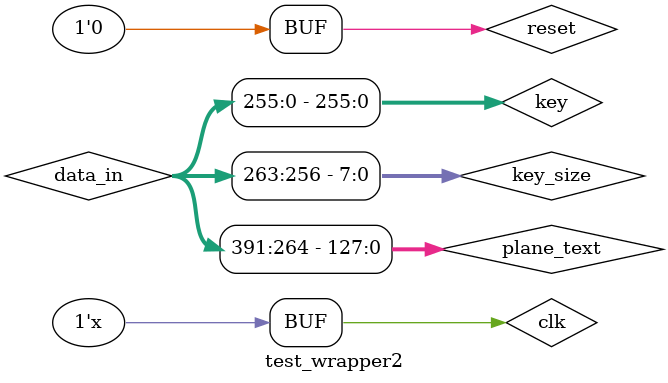
<source format=v>
`include "master_full.v"
`include "AES.v"

module test_wrapper2();

localparam PERIOD = 10;

localparam SIZE_128 = 8'd16;
localparam SIZE_192 = 8'd24;
localparam SIZE_256 = 8'd32;

localparam IDLE = 4'b0000;
localparam SEND = 4'b0001;
localparam WAIT = 4'b0010;
localparam REC = 4'b0011;
localparam CHECK = 4'b0100;

//localparam BigReg = key_size

/// for testing, sending and reciving data
wire [127:0] plane_text;
wire [127:0] enc_text;

reg [127:0] test_result_send;
reg [391:0] test_result_recive;

wire [255:0] key;

reg clk = 0;
always #(PERIOD / 2) clk = ~clk;

reg reset;
reg sync;
reg start;
wire buzy;
wire done;
wire slave_done;
wire  [391:0] data_in;
wire [391:0] data_out;
wire cs;
wire mosi;
wire miso;
wire sclk;

reg start_system;
reg [3:0] wrapper_state;
reg [3:0] wrapper_state_next;
wire [7:0] key_size;

master_full dut (
  .reset(sync),
  .clk(clk),
  .start(start),
  .buzy(buzy),
  .done(done),
  .data_in(data_in),
  .data_out(data_out),
  .cs(cs),
  .mosi(mosi),
  .miso(miso),
  .sclk(sclk)
);

AES aes(
    .sync(sync),
    .clk(clk),
    .cs(cs),
    .mosi(mosi),
    .miso(miso),
    .sclk(sclk),
    .done(slave_done)
); 

reg [1:0] counter = 0;


always @(posedge clk) begin

  if (sync) begin        
    wrapper_state   <= IDLE;
      counter <= counter + 1;
  end
  else begin
    wrapper_state   <= wrapper_state_next;
    if (wrapper_state == CHECK) begin
    end
  end
  //TODO: put a condition to check if the start_system is 0 (make it asyncho)
end



always @ (*)  begin

case (wrapper_state)
    
    IDLE: begin

        start = 0;
        sync = 0;
        if (counter == 2'b00) begin
            start_system = 0;
        end
        else begin
          start_system = 1;
        end
        if (start_system && ~sync) begin
            wrapper_state_next = SEND;
            start = 1;
        end
    end

    SEND: begin
        start = 0;
        if (done) begin
          start = 1;
          wrapper_state_next = WAIT;
        end

    end

    WAIT: begin
        start = 0;

        if (done) begin
          start = 1;
          wrapper_state_next = REC; 
        end
    end

    REC: begin
        start = 0;

        if (done) begin
          start = 1;
          test_result_recive = data_out;
          wrapper_state_next = CHECK;
        end
    end

    CHECK: begin
        start = 0;
        if (test_result_recive[383 -: 128] == enc_text && test_result_recive[255 -: 128] == plane_text) begin
            $display("Test Case %d:", counter);
            $display("Ciphered TEXT:     %h", test_result_recive[383 -: 128]);
            $display("Inv Ciphered TEXT: %h", test_result_recive[255 -: 128]);
            $display("PLAIN TEXT:        %h", plane_text);
            $display("KEY SIZE:          %d bytes", key_size);
            $display("testcase PASSED");
            $display("==================================================================");
        end
        else begin
            $display("Test Case %d: FAILED", counter);
            $display("%d", $time);
        end
        wrapper_state_next = IDLE;
        sync = 1;
    end
endcase
end

initial begin
start_system = 1;
reset = 1;
sync = 1;

#(5 * PERIOD) sync = 0;
reset = 0;

end

assign key_size = (counter == 2'b01) ? SIZE_128 : 
(counter == 2'b10) ? SIZE_192 :
(counter == 2'b11) ? SIZE_256 : 128'h0;

assign enc_text = (counter == 2'b01) ? 128'h69c4e0d86a7b0430d8cdb78070b4c55a :
(counter == 2'b10) ? 128'hdda97ca4864cdfe06eaf70a0ec0d7191 :
(counter == 2'b11) ? 128'h8ea2b7ca516745bfeafc49904b496089 : 128'h0;

assign key = (counter == 2'b01) ? 256'h000102030405060708090a0b0c0d0e0f00000000000000000000000000000000 :
(counter == 2'b10) ? 256'h000102030405060708090a0b0c0d0e0f10111213141516170000000000000000 :
(counter == 2'b11) ? 256'h000102030405060708090a0b0c0d0e0f101112131415161718191a1b1c1d1e1f : 256'h0;


assign plane_text = (counter == 2'b01) ? 128'h00112233445566778899aabbccddeeff :
(counter == 2'b10) ? 128'h00112233445566778899aabbccddeeff :
(counter == 2'b11) ? 128'h00112233445566778899aabbccddeeff : 128'h0;

assign data_in = {plane_text, key_size, key};


endmodule
</source>
